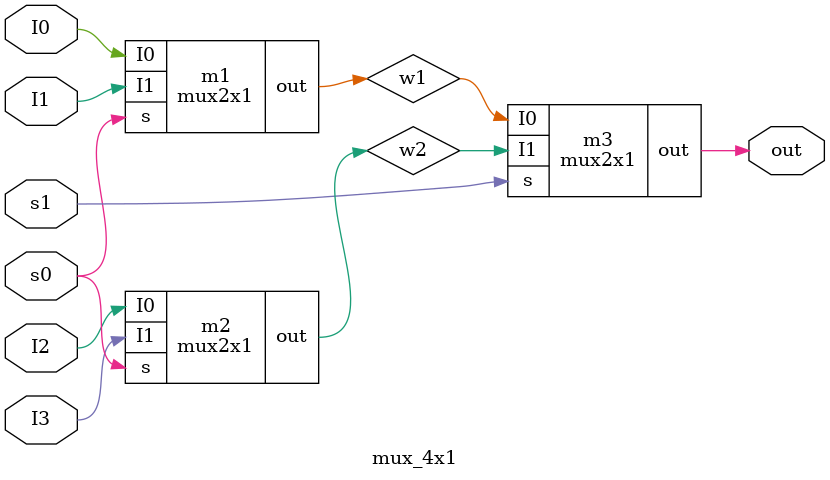
<source format=v>
module mux2x1(
    input I0, I1, s,
    output out
    );
    wire w1, w2, w3;
    not(w1, s);
    and(w2,I0,s);
    and(w3,I1,w1);
    or(out,w2, w3);
endmodule

module mux_4x1(
    input I0, I1,I2,I3, s0,s1,
    output out
    );
    wire w1,w2;
    mux2x1 m1(I0, I1,s0,w1);
    mux2x1 m2(I2, I3,s0,w2);
    mux2x1 m3(w1, w2,s1,out);
endmodule

</source>
